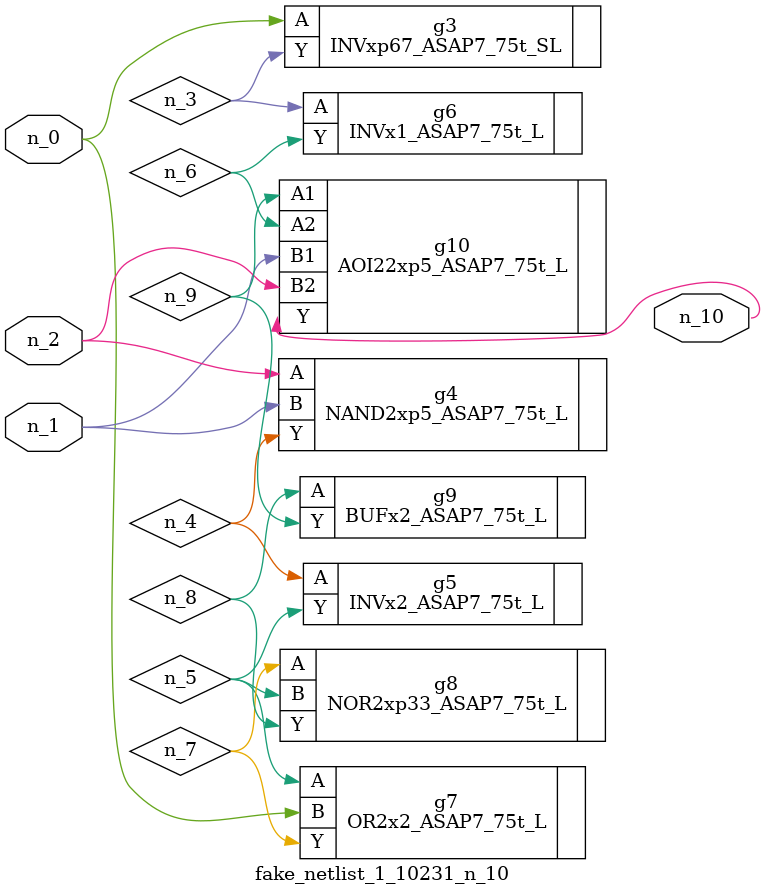
<source format=v>
module fake_netlist_1_10231_n_10 (n_1, n_2, n_0, n_10);
input n_1;
input n_2;
input n_0;
output n_10;
wire n_6;
wire n_4;
wire n_3;
wire n_9;
wire n_5;
wire n_7;
wire n_8;
INVxp67_ASAP7_75t_SL g3 ( .A(n_0), .Y(n_3) );
NAND2xp5_ASAP7_75t_L g4 ( .A(n_2), .B(n_1), .Y(n_4) );
INVx2_ASAP7_75t_L g5 ( .A(n_4), .Y(n_5) );
INVx1_ASAP7_75t_L g6 ( .A(n_3), .Y(n_6) );
OR2x2_ASAP7_75t_L g7 ( .A(n_5), .B(n_0), .Y(n_7) );
NOR2xp33_ASAP7_75t_L g8 ( .A(n_7), .B(n_5), .Y(n_8) );
BUFx2_ASAP7_75t_L g9 ( .A(n_8), .Y(n_9) );
AOI22xp5_ASAP7_75t_L g10 ( .A1(n_9), .A2(n_6), .B1(n_1), .B2(n_2), .Y(n_10) );
endmodule
</source>
